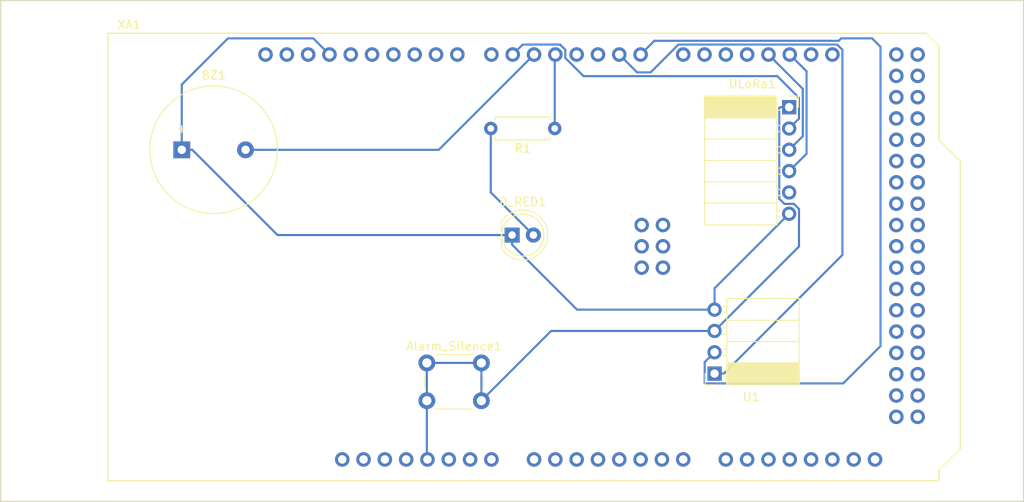
<source format=kicad_pcb>
(kicad_pcb (version 20171130) (host pcbnew "(5.1.5)-3")

  (general
    (thickness 1.6)
    (drawings 9)
    (tracks 74)
    (zones 0)
    (modules 7)
    (nets 94)
  )

  (page A4)
  (layers
    (0 F.Cu signal)
    (31 B.Cu signal)
    (32 B.Adhes user)
    (33 F.Adhes user)
    (34 B.Paste user)
    (35 F.Paste user)
    (36 B.SilkS user)
    (37 F.SilkS user)
    (38 B.Mask user)
    (39 F.Mask user)
    (40 Dwgs.User user)
    (41 Cmts.User user)
    (42 Eco1.User user)
    (43 Eco2.User user)
    (44 Edge.Cuts user)
    (45 Margin user)
    (46 B.CrtYd user)
    (47 F.CrtYd user)
    (48 B.Fab user)
    (49 F.Fab user)
  )

  (setup
    (last_trace_width 0.25)
    (trace_clearance 0.2)
    (zone_clearance 0.508)
    (zone_45_only no)
    (trace_min 0.2)
    (via_size 0.8)
    (via_drill 0.4)
    (via_min_size 0.4)
    (via_min_drill 0.3)
    (uvia_size 0.3)
    (uvia_drill 0.1)
    (uvias_allowed no)
    (uvia_min_size 0.2)
    (uvia_min_drill 0.1)
    (edge_width 0.1)
    (segment_width 0.2)
    (pcb_text_width 0.3)
    (pcb_text_size 1.5 1.5)
    (mod_edge_width 0.15)
    (mod_text_size 1 1)
    (mod_text_width 0.15)
    (pad_size 1.524 1.524)
    (pad_drill 0.762)
    (pad_to_mask_clearance 0)
    (aux_axis_origin 0 0)
    (visible_elements 7FFFFFFF)
    (pcbplotparams
      (layerselection 0x010fc_ffffffff)
      (usegerberextensions false)
      (usegerberattributes false)
      (usegerberadvancedattributes false)
      (creategerberjobfile false)
      (excludeedgelayer true)
      (linewidth 0.100000)
      (plotframeref false)
      (viasonmask false)
      (mode 1)
      (useauxorigin false)
      (hpglpennumber 1)
      (hpglpenspeed 20)
      (hpglpendiameter 15.000000)
      (psnegative false)
      (psa4output false)
      (plotreference true)
      (plotvalue true)
      (plotinvisibletext false)
      (padsonsilk false)
      (subtractmaskfromsilk false)
      (outputformat 1)
      (mirror false)
      (drillshape 1)
      (scaleselection 1)
      (outputdirectory ""))
  )

  (net 0 "")
  (net 1 +5V)
  (net 2 GND)
  (net 3 "Net-(BZ1-Pad2)")
  (net 4 "Net-(D_RED1-Pad2)")
  (net 5 "Net-(R1-Pad1)")
  (net 6 "Net-(U1-Pad1)")
  (net 7 "Net-(U1-Pad2)")
  (net 8 Lora_Reset)
  (net 9 "Net-(ULoRa1-Pad3)")
  (net 10 "Net-(ULoRa1-Pad4)")
  (net 11 "Net-(ULoRa1-Pad5)")
  (net 12 "Net-(XA1-PadRST2)")
  (net 13 "Net-(XA1-PadGND4)")
  (net 14 "Net-(XA1-PadMOSI)")
  (net 15 "Net-(XA1-PadSCK)")
  (net 16 "Net-(XA1-Pad5V2)")
  (net 17 "Net-(XA1-PadA0)")
  (net 18 "Net-(XA1-PadVIN)")
  (net 19 "Net-(XA1-PadGND3)")
  (net 20 "Net-(XA1-PadGND2)")
  (net 21 "Net-(XA1-Pad3V3)")
  (net 22 "Net-(XA1-PadRST1)")
  (net 23 "Net-(XA1-PadIORF)")
  (net 24 "Net-(XA1-PadD21)")
  (net 25 "Net-(XA1-PadD20)")
  (net 26 "Net-(XA1-PadD17)")
  (net 27 "Net-(XA1-PadD16)")
  (net 28 "Net-(XA1-PadD15)")
  (net 29 "Net-(XA1-PadD14)")
  (net 30 "Net-(XA1-PadD2)")
  (net 31 "Net-(XA1-PadD3)")
  (net 32 "Net-(Alarm_Silence1-Pad3)")
  (net 33 "Net-(XA1-PadD8)")
  (net 34 "Net-(XA1-PadD9)")
  (net 35 "Net-(XA1-PadD10)")
  (net 36 "Net-(XA1-PadSCL)")
  (net 37 "Net-(XA1-PadSDA)")
  (net 38 "Net-(XA1-PadAREF)")
  (net 39 "Net-(XA1-PadD13)")
  (net 40 "Net-(XA1-PadD12)")
  (net 41 "Net-(XA1-PadD11)")
  (net 42 "Net-(XA1-PadA1)")
  (net 43 "Net-(XA1-PadA2)")
  (net 44 "Net-(XA1-PadA3)")
  (net 45 "Net-(XA1-PadA4)")
  (net 46 "Net-(XA1-PadA5)")
  (net 47 "Net-(XA1-PadA6)")
  (net 48 "Net-(XA1-PadA7)")
  (net 49 "Net-(XA1-PadA8)")
  (net 50 "Net-(XA1-PadA9)")
  (net 51 "Net-(XA1-PadA10)")
  (net 52 "Net-(XA1-PadA11)")
  (net 53 "Net-(XA1-PadA12)")
  (net 54 "Net-(XA1-PadA13)")
  (net 55 "Net-(XA1-PadA14)")
  (net 56 "Net-(XA1-PadA15)")
  (net 57 "Net-(XA1-Pad5V3)")
  (net 58 "Net-(XA1-Pad5V4)")
  (net 59 "Net-(XA1-PadD22)")
  (net 60 "Net-(XA1-PadD23)")
  (net 61 "Net-(XA1-PadD24)")
  (net 62 "Net-(XA1-PadD25)")
  (net 63 "Net-(XA1-PadD26)")
  (net 64 "Net-(XA1-PadD27)")
  (net 65 "Net-(XA1-PadD28)")
  (net 66 "Net-(XA1-PadD29)")
  (net 67 "Net-(XA1-PadD30)")
  (net 68 "Net-(XA1-PadD31)")
  (net 69 "Net-(XA1-PadD32)")
  (net 70 "Net-(XA1-PadD33)")
  (net 71 "Net-(XA1-PadD34)")
  (net 72 "Net-(XA1-PadD35)")
  (net 73 "Net-(XA1-PadD36)")
  (net 74 "Net-(XA1-PadD37)")
  (net 75 "Net-(XA1-PadD38)")
  (net 76 "Net-(XA1-PadD39)")
  (net 77 "Net-(XA1-PadD40)")
  (net 78 "Net-(XA1-PadD41)")
  (net 79 "Net-(XA1-PadD42)")
  (net 80 "Net-(XA1-PadD43)")
  (net 81 "Net-(XA1-PadD44)")
  (net 82 "Net-(XA1-PadD45)")
  (net 83 "Net-(XA1-PadD46)")
  (net 84 "Net-(XA1-PadD47)")
  (net 85 "Net-(XA1-PadD48)")
  (net 86 "Net-(XA1-PadD49)")
  (net 87 "Net-(XA1-PadD50)")
  (net 88 "Net-(XA1-PadD51)")
  (net 89 "Net-(XA1-PadD52)")
  (net 90 "Net-(XA1-PadD53)")
  (net 91 "Net-(XA1-PadGND5)")
  (net 92 "Net-(XA1-PadGND6)")
  (net 93 "Net-(XA1-PadMISO)")

  (net_class Default "This is the default net class."
    (clearance 0.2)
    (trace_width 0.25)
    (via_dia 0.8)
    (via_drill 0.4)
    (uvia_dia 0.3)
    (uvia_drill 0.1)
    (add_net +5V)
    (add_net GND)
    (add_net Lora_Reset)
    (add_net "Net-(Alarm_Silence1-Pad3)")
    (add_net "Net-(BZ1-Pad2)")
    (add_net "Net-(D_RED1-Pad2)")
    (add_net "Net-(R1-Pad1)")
    (add_net "Net-(U1-Pad1)")
    (add_net "Net-(U1-Pad2)")
    (add_net "Net-(ULoRa1-Pad3)")
    (add_net "Net-(ULoRa1-Pad4)")
    (add_net "Net-(ULoRa1-Pad5)")
    (add_net "Net-(XA1-Pad3V3)")
    (add_net "Net-(XA1-Pad5V2)")
    (add_net "Net-(XA1-Pad5V3)")
    (add_net "Net-(XA1-Pad5V4)")
    (add_net "Net-(XA1-PadA0)")
    (add_net "Net-(XA1-PadA1)")
    (add_net "Net-(XA1-PadA10)")
    (add_net "Net-(XA1-PadA11)")
    (add_net "Net-(XA1-PadA12)")
    (add_net "Net-(XA1-PadA13)")
    (add_net "Net-(XA1-PadA14)")
    (add_net "Net-(XA1-PadA15)")
    (add_net "Net-(XA1-PadA2)")
    (add_net "Net-(XA1-PadA3)")
    (add_net "Net-(XA1-PadA4)")
    (add_net "Net-(XA1-PadA5)")
    (add_net "Net-(XA1-PadA6)")
    (add_net "Net-(XA1-PadA7)")
    (add_net "Net-(XA1-PadA8)")
    (add_net "Net-(XA1-PadA9)")
    (add_net "Net-(XA1-PadAREF)")
    (add_net "Net-(XA1-PadD10)")
    (add_net "Net-(XA1-PadD11)")
    (add_net "Net-(XA1-PadD12)")
    (add_net "Net-(XA1-PadD13)")
    (add_net "Net-(XA1-PadD14)")
    (add_net "Net-(XA1-PadD15)")
    (add_net "Net-(XA1-PadD16)")
    (add_net "Net-(XA1-PadD17)")
    (add_net "Net-(XA1-PadD2)")
    (add_net "Net-(XA1-PadD20)")
    (add_net "Net-(XA1-PadD21)")
    (add_net "Net-(XA1-PadD22)")
    (add_net "Net-(XA1-PadD23)")
    (add_net "Net-(XA1-PadD24)")
    (add_net "Net-(XA1-PadD25)")
    (add_net "Net-(XA1-PadD26)")
    (add_net "Net-(XA1-PadD27)")
    (add_net "Net-(XA1-PadD28)")
    (add_net "Net-(XA1-PadD29)")
    (add_net "Net-(XA1-PadD3)")
    (add_net "Net-(XA1-PadD30)")
    (add_net "Net-(XA1-PadD31)")
    (add_net "Net-(XA1-PadD32)")
    (add_net "Net-(XA1-PadD33)")
    (add_net "Net-(XA1-PadD34)")
    (add_net "Net-(XA1-PadD35)")
    (add_net "Net-(XA1-PadD36)")
    (add_net "Net-(XA1-PadD37)")
    (add_net "Net-(XA1-PadD38)")
    (add_net "Net-(XA1-PadD39)")
    (add_net "Net-(XA1-PadD40)")
    (add_net "Net-(XA1-PadD41)")
    (add_net "Net-(XA1-PadD42)")
    (add_net "Net-(XA1-PadD43)")
    (add_net "Net-(XA1-PadD44)")
    (add_net "Net-(XA1-PadD45)")
    (add_net "Net-(XA1-PadD46)")
    (add_net "Net-(XA1-PadD47)")
    (add_net "Net-(XA1-PadD48)")
    (add_net "Net-(XA1-PadD49)")
    (add_net "Net-(XA1-PadD50)")
    (add_net "Net-(XA1-PadD51)")
    (add_net "Net-(XA1-PadD52)")
    (add_net "Net-(XA1-PadD53)")
    (add_net "Net-(XA1-PadD8)")
    (add_net "Net-(XA1-PadD9)")
    (add_net "Net-(XA1-PadGND2)")
    (add_net "Net-(XA1-PadGND3)")
    (add_net "Net-(XA1-PadGND4)")
    (add_net "Net-(XA1-PadGND5)")
    (add_net "Net-(XA1-PadGND6)")
    (add_net "Net-(XA1-PadIORF)")
    (add_net "Net-(XA1-PadMISO)")
    (add_net "Net-(XA1-PadMOSI)")
    (add_net "Net-(XA1-PadRST1)")
    (add_net "Net-(XA1-PadRST2)")
    (add_net "Net-(XA1-PadSCK)")
    (add_net "Net-(XA1-PadSCL)")
    (add_net "Net-(XA1-PadSDA)")
    (add_net "Net-(XA1-PadVIN)")
  )

  (module LED_THT:LED_D5.0mm (layer F.Cu) (tedit 5995936A) (tstamp 5E5C3FE9)
    (at 138.43 80.01)
    (descr "LED, diameter 5.0mm, 2 pins, http://cdn-reichelt.de/documents/datenblatt/A500/LL-504BC2E-009.pdf")
    (tags "LED diameter 5.0mm 2 pins")
    (path /5DC54A01)
    (fp_text reference D_RED1 (at 1.27 -3.96) (layer F.SilkS)
      (effects (font (size 1 1) (thickness 0.15)))
    )
    (fp_text value LED (at 1.27 3.96) (layer F.Fab)
      (effects (font (size 1 1) (thickness 0.15)))
    )
    (fp_arc (start 1.27 0) (end -1.23 -1.469694) (angle 299.1) (layer F.Fab) (width 0.1))
    (fp_arc (start 1.27 0) (end -1.29 -1.54483) (angle 148.9) (layer F.SilkS) (width 0.12))
    (fp_arc (start 1.27 0) (end -1.29 1.54483) (angle -148.9) (layer F.SilkS) (width 0.12))
    (fp_circle (center 1.27 0) (end 3.77 0) (layer F.Fab) (width 0.1))
    (fp_circle (center 1.27 0) (end 3.77 0) (layer F.SilkS) (width 0.12))
    (fp_line (start -1.23 -1.469694) (end -1.23 1.469694) (layer F.Fab) (width 0.1))
    (fp_line (start -1.29 -1.545) (end -1.29 1.545) (layer F.SilkS) (width 0.12))
    (fp_line (start -1.95 -3.25) (end -1.95 3.25) (layer F.CrtYd) (width 0.05))
    (fp_line (start -1.95 3.25) (end 4.5 3.25) (layer F.CrtYd) (width 0.05))
    (fp_line (start 4.5 3.25) (end 4.5 -3.25) (layer F.CrtYd) (width 0.05))
    (fp_line (start 4.5 -3.25) (end -1.95 -3.25) (layer F.CrtYd) (width 0.05))
    (fp_text user %R (at 1.25 0) (layer F.Fab)
      (effects (font (size 0.8 0.8) (thickness 0.2)))
    )
    (pad 1 thru_hole rect (at 0 0) (size 1.8 1.8) (drill 0.9) (layers *.Cu *.Mask)
      (net 2 GND))
    (pad 2 thru_hole circle (at 2.54 0) (size 1.8 1.8) (drill 0.9) (layers *.Cu *.Mask)
      (net 4 "Net-(D_RED1-Pad2)"))
    (model ${KISYS3DMOD}/LED_THT.3dshapes/LED_D5.0mm.wrl
      (at (xyz 0 0 0))
      (scale (xyz 1 1 1))
      (rotate (xyz 0 0 0))
    )
  )

  (module Buzzer_Beeper:Buzzer_15x7.5RM7.6 (layer F.Cu) (tedit 5A030281) (tstamp 5E5C2C33)
    (at 99.06 69.85)
    (descr "Generic Buzzer, D15mm height 7.5mm with RM7.6mm")
    (tags buzzer)
    (path /5DC609D6)
    (fp_text reference BZ1 (at 3.81 -8.89) (layer F.SilkS)
      (effects (font (size 1 1) (thickness 0.15)))
    )
    (fp_text value Buzzer (at 3.81 8.89) (layer F.Fab)
      (effects (font (size 1 1) (thickness 0.15)))
    )
    (fp_text user + (at -0.01 -2.54) (layer F.Fab)
      (effects (font (size 1 1) (thickness 0.15)))
    )
    (fp_text user + (at -0.01 -2.54) (layer F.SilkS)
      (effects (font (size 1 1) (thickness 0.15)))
    )
    (fp_text user %R (at 3.8 -4) (layer F.Fab)
      (effects (font (size 1 1) (thickness 0.15)))
    )
    (fp_circle (center 3.8 0) (end 11.55 0) (layer F.CrtYd) (width 0.05))
    (fp_circle (center 3.8 0) (end 11.3 0) (layer F.Fab) (width 0.1))
    (fp_circle (center 3.8 0) (end 4.8 0) (layer F.Fab) (width 0.1))
    (fp_circle (center 3.8 0) (end 11.4 0) (layer F.SilkS) (width 0.12))
    (pad 1 thru_hole rect (at 0 0) (size 2 2) (drill 1) (layers *.Cu *.Mask)
      (net 2 GND))
    (pad 2 thru_hole circle (at 7.6 0) (size 2 2) (drill 1) (layers *.Cu *.Mask)
      (net 3 "Net-(BZ1-Pad2)"))
    (model ${KISYS3DMOD}/Buzzer_Beeper.3dshapes/Buzzer_15x7.5RM7.6.wrl
      (at (xyz 0 0 0))
      (scale (xyz 1 1 1))
      (rotate (xyz 0 0 0))
    )
  )

  (module Button_Switch_THT:SW_PUSH_6mm (layer F.Cu) (tedit 5A02FE31) (tstamp 5E5C2C26)
    (at 128.27 95.25)
    (descr https://www.omron.com/ecb/products/pdf/en-b3f.pdf)
    (tags "tact sw push 6mm")
    (path /5DC6DC68)
    (fp_text reference Alarm_Silence1 (at 3.25 -2) (layer F.SilkS)
      (effects (font (size 1 1) (thickness 0.15)))
    )
    (fp_text value SW_MEC_5G (at 3.75 6.7) (layer F.Fab)
      (effects (font (size 1 1) (thickness 0.15)))
    )
    (fp_text user %R (at 3.25 2.25) (layer F.Fab)
      (effects (font (size 1 1) (thickness 0.15)))
    )
    (fp_line (start 3.25 -0.75) (end 6.25 -0.75) (layer F.Fab) (width 0.1))
    (fp_line (start 6.25 -0.75) (end 6.25 5.25) (layer F.Fab) (width 0.1))
    (fp_line (start 6.25 5.25) (end 0.25 5.25) (layer F.Fab) (width 0.1))
    (fp_line (start 0.25 5.25) (end 0.25 -0.75) (layer F.Fab) (width 0.1))
    (fp_line (start 0.25 -0.75) (end 3.25 -0.75) (layer F.Fab) (width 0.1))
    (fp_line (start 7.75 6) (end 8 6) (layer F.CrtYd) (width 0.05))
    (fp_line (start 8 6) (end 8 5.75) (layer F.CrtYd) (width 0.05))
    (fp_line (start 7.75 -1.5) (end 8 -1.5) (layer F.CrtYd) (width 0.05))
    (fp_line (start 8 -1.5) (end 8 -1.25) (layer F.CrtYd) (width 0.05))
    (fp_line (start -1.5 -1.25) (end -1.5 -1.5) (layer F.CrtYd) (width 0.05))
    (fp_line (start -1.5 -1.5) (end -1.25 -1.5) (layer F.CrtYd) (width 0.05))
    (fp_line (start -1.5 5.75) (end -1.5 6) (layer F.CrtYd) (width 0.05))
    (fp_line (start -1.5 6) (end -1.25 6) (layer F.CrtYd) (width 0.05))
    (fp_line (start -1.25 -1.5) (end 7.75 -1.5) (layer F.CrtYd) (width 0.05))
    (fp_line (start -1.5 5.75) (end -1.5 -1.25) (layer F.CrtYd) (width 0.05))
    (fp_line (start 7.75 6) (end -1.25 6) (layer F.CrtYd) (width 0.05))
    (fp_line (start 8 -1.25) (end 8 5.75) (layer F.CrtYd) (width 0.05))
    (fp_line (start 1 5.5) (end 5.5 5.5) (layer F.SilkS) (width 0.12))
    (fp_line (start -0.25 1.5) (end -0.25 3) (layer F.SilkS) (width 0.12))
    (fp_line (start 5.5 -1) (end 1 -1) (layer F.SilkS) (width 0.12))
    (fp_line (start 6.75 3) (end 6.75 1.5) (layer F.SilkS) (width 0.12))
    (fp_circle (center 3.25 2.25) (end 1.25 2.5) (layer F.Fab) (width 0.1))
    (pad 2 thru_hole circle (at 0 4.5 90) (size 2 2) (drill 1.1) (layers *.Cu *.Mask)
      (net 1 +5V))
    (pad 1 thru_hole circle (at 0 0 90) (size 2 2) (drill 1.1) (layers *.Cu *.Mask)
      (net 1 +5V))
    (pad 2 thru_hole circle (at 6.5 4.5 90) (size 2 2) (drill 1.1) (layers *.Cu *.Mask)
      (net 1 +5V))
    (pad 1 thru_hole circle (at 6.5 0 90) (size 2 2) (drill 1.1) (layers *.Cu *.Mask)
      (net 1 +5V))
    (model ${KISYS3DMOD}/Button_Switch_THT.3dshapes/SW_PUSH_6mm.wrl
      (at (xyz 0 0 0))
      (scale (xyz 1 1 1))
      (rotate (xyz 0 0 0))
    )
  )

  (module Resistor_THT:R_Axial_DIN0207_L6.3mm_D2.5mm_P7.62mm_Horizontal (layer F.Cu) (tedit 5AE5139B) (tstamp 5E5C2C5C)
    (at 143.51 67.31 180)
    (descr "Resistor, Axial_DIN0207 series, Axial, Horizontal, pin pitch=7.62mm, 0.25W = 1/4W, length*diameter=6.3*2.5mm^2, http://cdn-reichelt.de/documents/datenblatt/B400/1_4W%23YAG.pdf")
    (tags "Resistor Axial_DIN0207 series Axial Horizontal pin pitch 7.62mm 0.25W = 1/4W length 6.3mm diameter 2.5mm")
    (path /5DC54972)
    (fp_text reference R1 (at 3.81 -2.37) (layer F.SilkS)
      (effects (font (size 1 1) (thickness 0.15)))
    )
    (fp_text value 220 (at 3.81 2.37) (layer F.Fab)
      (effects (font (size 1 1) (thickness 0.15)))
    )
    (fp_line (start 0.66 -1.25) (end 0.66 1.25) (layer F.Fab) (width 0.1))
    (fp_line (start 0.66 1.25) (end 6.96 1.25) (layer F.Fab) (width 0.1))
    (fp_line (start 6.96 1.25) (end 6.96 -1.25) (layer F.Fab) (width 0.1))
    (fp_line (start 6.96 -1.25) (end 0.66 -1.25) (layer F.Fab) (width 0.1))
    (fp_line (start 0 0) (end 0.66 0) (layer F.Fab) (width 0.1))
    (fp_line (start 7.62 0) (end 6.96 0) (layer F.Fab) (width 0.1))
    (fp_line (start 0.54 -1.04) (end 0.54 -1.37) (layer F.SilkS) (width 0.12))
    (fp_line (start 0.54 -1.37) (end 7.08 -1.37) (layer F.SilkS) (width 0.12))
    (fp_line (start 7.08 -1.37) (end 7.08 -1.04) (layer F.SilkS) (width 0.12))
    (fp_line (start 0.54 1.04) (end 0.54 1.37) (layer F.SilkS) (width 0.12))
    (fp_line (start 0.54 1.37) (end 7.08 1.37) (layer F.SilkS) (width 0.12))
    (fp_line (start 7.08 1.37) (end 7.08 1.04) (layer F.SilkS) (width 0.12))
    (fp_line (start -1.05 -1.5) (end -1.05 1.5) (layer F.CrtYd) (width 0.05))
    (fp_line (start -1.05 1.5) (end 8.67 1.5) (layer F.CrtYd) (width 0.05))
    (fp_line (start 8.67 1.5) (end 8.67 -1.5) (layer F.CrtYd) (width 0.05))
    (fp_line (start 8.67 -1.5) (end -1.05 -1.5) (layer F.CrtYd) (width 0.05))
    (fp_text user %R (at 3.81 0) (layer F.Fab)
      (effects (font (size 1 1) (thickness 0.15)))
    )
    (pad 1 thru_hole circle (at 0 0 180) (size 1.6 1.6) (drill 0.8) (layers *.Cu *.Mask)
      (net 5 "Net-(R1-Pad1)"))
    (pad 2 thru_hole oval (at 7.62 0 180) (size 1.6 1.6) (drill 0.8) (layers *.Cu *.Mask)
      (net 4 "Net-(D_RED1-Pad2)"))
    (model ${KISYS3DMOD}/Resistor_THT.3dshapes/R_Axial_DIN0207_L6.3mm_D2.5mm_P7.62mm_Horizontal.wrl
      (at (xyz 0 0 0))
      (scale (xyz 1 1 1))
      (rotate (xyz 0 0 0))
    )
  )

  (module Connector_PinSocket_2.54mm:PinSocket_1x04_P2.54mm_Horizontal (layer F.Cu) (tedit 5A19A424) (tstamp 5E5C2CA0)
    (at 162.56 96.52 180)
    (descr "Through hole angled socket strip, 1x04, 2.54mm pitch, 8.51mm socket length, single row (from Kicad 4.0.7), script generated")
    (tags "Through hole angled socket strip THT 1x04 2.54mm single row")
    (path /5DC67D77)
    (fp_text reference U1 (at -4.38 -2.77) (layer F.SilkS)
      (effects (font (size 1 1) (thickness 0.15)))
    )
    (fp_text value BluetoothModule (at -4.38 10.39) (layer F.Fab)
      (effects (font (size 1 1) (thickness 0.15)))
    )
    (fp_line (start -10.03 -1.27) (end -2.49 -1.27) (layer F.Fab) (width 0.1))
    (fp_line (start -2.49 -1.27) (end -1.52 -0.3) (layer F.Fab) (width 0.1))
    (fp_line (start -1.52 -0.3) (end -1.52 8.89) (layer F.Fab) (width 0.1))
    (fp_line (start -1.52 8.89) (end -10.03 8.89) (layer F.Fab) (width 0.1))
    (fp_line (start -10.03 8.89) (end -10.03 -1.27) (layer F.Fab) (width 0.1))
    (fp_line (start 0 -0.3) (end -1.52 -0.3) (layer F.Fab) (width 0.1))
    (fp_line (start -1.52 0.3) (end 0 0.3) (layer F.Fab) (width 0.1))
    (fp_line (start 0 0.3) (end 0 -0.3) (layer F.Fab) (width 0.1))
    (fp_line (start 0 2.24) (end -1.52 2.24) (layer F.Fab) (width 0.1))
    (fp_line (start -1.52 2.84) (end 0 2.84) (layer F.Fab) (width 0.1))
    (fp_line (start 0 2.84) (end 0 2.24) (layer F.Fab) (width 0.1))
    (fp_line (start 0 4.78) (end -1.52 4.78) (layer F.Fab) (width 0.1))
    (fp_line (start -1.52 5.38) (end 0 5.38) (layer F.Fab) (width 0.1))
    (fp_line (start 0 5.38) (end 0 4.78) (layer F.Fab) (width 0.1))
    (fp_line (start 0 7.32) (end -1.52 7.32) (layer F.Fab) (width 0.1))
    (fp_line (start -1.52 7.92) (end 0 7.92) (layer F.Fab) (width 0.1))
    (fp_line (start 0 7.92) (end 0 7.32) (layer F.Fab) (width 0.1))
    (fp_line (start -10.09 -1.21) (end -1.46 -1.21) (layer F.SilkS) (width 0.12))
    (fp_line (start -10.09 -1.091905) (end -1.46 -1.091905) (layer F.SilkS) (width 0.12))
    (fp_line (start -10.09 -0.97381) (end -1.46 -0.97381) (layer F.SilkS) (width 0.12))
    (fp_line (start -10.09 -0.855715) (end -1.46 -0.855715) (layer F.SilkS) (width 0.12))
    (fp_line (start -10.09 -0.73762) (end -1.46 -0.73762) (layer F.SilkS) (width 0.12))
    (fp_line (start -10.09 -0.619525) (end -1.46 -0.619525) (layer F.SilkS) (width 0.12))
    (fp_line (start -10.09 -0.50143) (end -1.46 -0.50143) (layer F.SilkS) (width 0.12))
    (fp_line (start -10.09 -0.383335) (end -1.46 -0.383335) (layer F.SilkS) (width 0.12))
    (fp_line (start -10.09 -0.26524) (end -1.46 -0.26524) (layer F.SilkS) (width 0.12))
    (fp_line (start -10.09 -0.147145) (end -1.46 -0.147145) (layer F.SilkS) (width 0.12))
    (fp_line (start -10.09 -0.02905) (end -1.46 -0.02905) (layer F.SilkS) (width 0.12))
    (fp_line (start -10.09 0.089045) (end -1.46 0.089045) (layer F.SilkS) (width 0.12))
    (fp_line (start -10.09 0.20714) (end -1.46 0.20714) (layer F.SilkS) (width 0.12))
    (fp_line (start -10.09 0.325235) (end -1.46 0.325235) (layer F.SilkS) (width 0.12))
    (fp_line (start -10.09 0.44333) (end -1.46 0.44333) (layer F.SilkS) (width 0.12))
    (fp_line (start -10.09 0.561425) (end -1.46 0.561425) (layer F.SilkS) (width 0.12))
    (fp_line (start -10.09 0.67952) (end -1.46 0.67952) (layer F.SilkS) (width 0.12))
    (fp_line (start -10.09 0.797615) (end -1.46 0.797615) (layer F.SilkS) (width 0.12))
    (fp_line (start -10.09 0.91571) (end -1.46 0.91571) (layer F.SilkS) (width 0.12))
    (fp_line (start -10.09 1.033805) (end -1.46 1.033805) (layer F.SilkS) (width 0.12))
    (fp_line (start -10.09 1.1519) (end -1.46 1.1519) (layer F.SilkS) (width 0.12))
    (fp_line (start -1.46 -0.36) (end -1.11 -0.36) (layer F.SilkS) (width 0.12))
    (fp_line (start -1.46 0.36) (end -1.11 0.36) (layer F.SilkS) (width 0.12))
    (fp_line (start -1.46 2.18) (end -1.05 2.18) (layer F.SilkS) (width 0.12))
    (fp_line (start -1.46 2.9) (end -1.05 2.9) (layer F.SilkS) (width 0.12))
    (fp_line (start -1.46 4.72) (end -1.05 4.72) (layer F.SilkS) (width 0.12))
    (fp_line (start -1.46 5.44) (end -1.05 5.44) (layer F.SilkS) (width 0.12))
    (fp_line (start -1.46 7.26) (end -1.05 7.26) (layer F.SilkS) (width 0.12))
    (fp_line (start -1.46 7.98) (end -1.05 7.98) (layer F.SilkS) (width 0.12))
    (fp_line (start -10.09 1.27) (end -1.46 1.27) (layer F.SilkS) (width 0.12))
    (fp_line (start -10.09 3.81) (end -1.46 3.81) (layer F.SilkS) (width 0.12))
    (fp_line (start -10.09 6.35) (end -1.46 6.35) (layer F.SilkS) (width 0.12))
    (fp_line (start -10.09 -1.33) (end -1.46 -1.33) (layer F.SilkS) (width 0.12))
    (fp_line (start -1.46 -1.33) (end -1.46 8.95) (layer F.SilkS) (width 0.12))
    (fp_line (start -10.09 8.95) (end -1.46 8.95) (layer F.SilkS) (width 0.12))
    (fp_line (start -10.09 -1.33) (end -10.09 8.95) (layer F.SilkS) (width 0.12))
    (fp_line (start 1.11 -1.33) (end 1.11 0) (layer F.SilkS) (width 0.12))
    (fp_line (start 0 -1.33) (end 1.11 -1.33) (layer F.SilkS) (width 0.12))
    (fp_line (start 1.75 -1.75) (end -10.55 -1.75) (layer F.CrtYd) (width 0.05))
    (fp_line (start -10.55 -1.75) (end -10.55 9.45) (layer F.CrtYd) (width 0.05))
    (fp_line (start -10.55 9.45) (end 1.75 9.45) (layer F.CrtYd) (width 0.05))
    (fp_line (start 1.75 9.45) (end 1.75 -1.75) (layer F.CrtYd) (width 0.05))
    (fp_text user %R (at -5.775 3.81 90) (layer F.Fab)
      (effects (font (size 1 1) (thickness 0.15)))
    )
    (pad 1 thru_hole rect (at 0 0 180) (size 1.7 1.7) (drill 1) (layers *.Cu *.Mask)
      (net 6 "Net-(U1-Pad1)"))
    (pad 2 thru_hole oval (at 0 2.54 180) (size 1.7 1.7) (drill 1) (layers *.Cu *.Mask)
      (net 7 "Net-(U1-Pad2)"))
    (pad 3 thru_hole oval (at 0 5.08 180) (size 1.7 1.7) (drill 1) (layers *.Cu *.Mask)
      (net 1 +5V))
    (pad 4 thru_hole oval (at 0 7.62 180) (size 1.7 1.7) (drill 1) (layers *.Cu *.Mask)
      (net 2 GND))
    (model ${KISYS3DMOD}/Connector_PinSocket_2.54mm.3dshapes/PinSocket_1x04_P2.54mm_Horizontal.wrl
      (at (xyz 0 0 0))
      (scale (xyz 1 1 1))
      (rotate (xyz 0 0 0))
    )
  )

  (module Connector_PinSocket_2.54mm:PinSocket_1x06_P2.54mm_Horizontal (layer F.Cu) (tedit 5A19A42D) (tstamp 5E5C2CF2)
    (at 171.45 64.77)
    (descr "Through hole angled socket strip, 1x06, 2.54mm pitch, 8.51mm socket length, single row (from Kicad 4.0.7), script generated")
    (tags "Through hole angled socket strip THT 1x06 2.54mm single row")
    (path /5DC549E8)
    (fp_text reference ULoRa1 (at -4.38 -2.77) (layer F.SilkS)
      (effects (font (size 1 1) (thickness 0.15)))
    )
    (fp_text value LoRa (at -4.38 15.47) (layer F.Fab)
      (effects (font (size 1 1) (thickness 0.15)))
    )
    (fp_line (start -10.03 -1.27) (end -2.49 -1.27) (layer F.Fab) (width 0.1))
    (fp_line (start -2.49 -1.27) (end -1.52 -0.3) (layer F.Fab) (width 0.1))
    (fp_line (start -1.52 -0.3) (end -1.52 13.97) (layer F.Fab) (width 0.1))
    (fp_line (start -1.52 13.97) (end -10.03 13.97) (layer F.Fab) (width 0.1))
    (fp_line (start -10.03 13.97) (end -10.03 -1.27) (layer F.Fab) (width 0.1))
    (fp_line (start 0 -0.3) (end -1.52 -0.3) (layer F.Fab) (width 0.1))
    (fp_line (start -1.52 0.3) (end 0 0.3) (layer F.Fab) (width 0.1))
    (fp_line (start 0 0.3) (end 0 -0.3) (layer F.Fab) (width 0.1))
    (fp_line (start 0 2.24) (end -1.52 2.24) (layer F.Fab) (width 0.1))
    (fp_line (start -1.52 2.84) (end 0 2.84) (layer F.Fab) (width 0.1))
    (fp_line (start 0 2.84) (end 0 2.24) (layer F.Fab) (width 0.1))
    (fp_line (start 0 4.78) (end -1.52 4.78) (layer F.Fab) (width 0.1))
    (fp_line (start -1.52 5.38) (end 0 5.38) (layer F.Fab) (width 0.1))
    (fp_line (start 0 5.38) (end 0 4.78) (layer F.Fab) (width 0.1))
    (fp_line (start 0 7.32) (end -1.52 7.32) (layer F.Fab) (width 0.1))
    (fp_line (start -1.52 7.92) (end 0 7.92) (layer F.Fab) (width 0.1))
    (fp_line (start 0 7.92) (end 0 7.32) (layer F.Fab) (width 0.1))
    (fp_line (start 0 9.86) (end -1.52 9.86) (layer F.Fab) (width 0.1))
    (fp_line (start -1.52 10.46) (end 0 10.46) (layer F.Fab) (width 0.1))
    (fp_line (start 0 10.46) (end 0 9.86) (layer F.Fab) (width 0.1))
    (fp_line (start 0 12.4) (end -1.52 12.4) (layer F.Fab) (width 0.1))
    (fp_line (start -1.52 13) (end 0 13) (layer F.Fab) (width 0.1))
    (fp_line (start 0 13) (end 0 12.4) (layer F.Fab) (width 0.1))
    (fp_line (start -10.09 -1.21) (end -1.46 -1.21) (layer F.SilkS) (width 0.12))
    (fp_line (start -10.09 -1.091905) (end -1.46 -1.091905) (layer F.SilkS) (width 0.12))
    (fp_line (start -10.09 -0.97381) (end -1.46 -0.97381) (layer F.SilkS) (width 0.12))
    (fp_line (start -10.09 -0.855715) (end -1.46 -0.855715) (layer F.SilkS) (width 0.12))
    (fp_line (start -10.09 -0.73762) (end -1.46 -0.73762) (layer F.SilkS) (width 0.12))
    (fp_line (start -10.09 -0.619525) (end -1.46 -0.619525) (layer F.SilkS) (width 0.12))
    (fp_line (start -10.09 -0.50143) (end -1.46 -0.50143) (layer F.SilkS) (width 0.12))
    (fp_line (start -10.09 -0.383335) (end -1.46 -0.383335) (layer F.SilkS) (width 0.12))
    (fp_line (start -10.09 -0.26524) (end -1.46 -0.26524) (layer F.SilkS) (width 0.12))
    (fp_line (start -10.09 -0.147145) (end -1.46 -0.147145) (layer F.SilkS) (width 0.12))
    (fp_line (start -10.09 -0.02905) (end -1.46 -0.02905) (layer F.SilkS) (width 0.12))
    (fp_line (start -10.09 0.089045) (end -1.46 0.089045) (layer F.SilkS) (width 0.12))
    (fp_line (start -10.09 0.20714) (end -1.46 0.20714) (layer F.SilkS) (width 0.12))
    (fp_line (start -10.09 0.325235) (end -1.46 0.325235) (layer F.SilkS) (width 0.12))
    (fp_line (start -10.09 0.44333) (end -1.46 0.44333) (layer F.SilkS) (width 0.12))
    (fp_line (start -10.09 0.561425) (end -1.46 0.561425) (layer F.SilkS) (width 0.12))
    (fp_line (start -10.09 0.67952) (end -1.46 0.67952) (layer F.SilkS) (width 0.12))
    (fp_line (start -10.09 0.797615) (end -1.46 0.797615) (layer F.SilkS) (width 0.12))
    (fp_line (start -10.09 0.91571) (end -1.46 0.91571) (layer F.SilkS) (width 0.12))
    (fp_line (start -10.09 1.033805) (end -1.46 1.033805) (layer F.SilkS) (width 0.12))
    (fp_line (start -10.09 1.1519) (end -1.46 1.1519) (layer F.SilkS) (width 0.12))
    (fp_line (start -1.46 -0.36) (end -1.11 -0.36) (layer F.SilkS) (width 0.12))
    (fp_line (start -1.46 0.36) (end -1.11 0.36) (layer F.SilkS) (width 0.12))
    (fp_line (start -1.46 2.18) (end -1.05 2.18) (layer F.SilkS) (width 0.12))
    (fp_line (start -1.46 2.9) (end -1.05 2.9) (layer F.SilkS) (width 0.12))
    (fp_line (start -1.46 4.72) (end -1.05 4.72) (layer F.SilkS) (width 0.12))
    (fp_line (start -1.46 5.44) (end -1.05 5.44) (layer F.SilkS) (width 0.12))
    (fp_line (start -1.46 7.26) (end -1.05 7.26) (layer F.SilkS) (width 0.12))
    (fp_line (start -1.46 7.98) (end -1.05 7.98) (layer F.SilkS) (width 0.12))
    (fp_line (start -1.46 9.8) (end -1.05 9.8) (layer F.SilkS) (width 0.12))
    (fp_line (start -1.46 10.52) (end -1.05 10.52) (layer F.SilkS) (width 0.12))
    (fp_line (start -1.46 12.34) (end -1.05 12.34) (layer F.SilkS) (width 0.12))
    (fp_line (start -1.46 13.06) (end -1.05 13.06) (layer F.SilkS) (width 0.12))
    (fp_line (start -10.09 1.27) (end -1.46 1.27) (layer F.SilkS) (width 0.12))
    (fp_line (start -10.09 3.81) (end -1.46 3.81) (layer F.SilkS) (width 0.12))
    (fp_line (start -10.09 6.35) (end -1.46 6.35) (layer F.SilkS) (width 0.12))
    (fp_line (start -10.09 8.89) (end -1.46 8.89) (layer F.SilkS) (width 0.12))
    (fp_line (start -10.09 11.43) (end -1.46 11.43) (layer F.SilkS) (width 0.12))
    (fp_line (start -10.09 -1.33) (end -1.46 -1.33) (layer F.SilkS) (width 0.12))
    (fp_line (start -1.46 -1.33) (end -1.46 14.03) (layer F.SilkS) (width 0.12))
    (fp_line (start -10.09 14.03) (end -1.46 14.03) (layer F.SilkS) (width 0.12))
    (fp_line (start -10.09 -1.33) (end -10.09 14.03) (layer F.SilkS) (width 0.12))
    (fp_line (start 1.11 -1.33) (end 1.11 0) (layer F.SilkS) (width 0.12))
    (fp_line (start 0 -1.33) (end 1.11 -1.33) (layer F.SilkS) (width 0.12))
    (fp_line (start 1.75 -1.8) (end -10.55 -1.8) (layer F.CrtYd) (width 0.05))
    (fp_line (start -10.55 -1.8) (end -10.55 14.45) (layer F.CrtYd) (width 0.05))
    (fp_line (start -10.55 14.45) (end 1.75 14.45) (layer F.CrtYd) (width 0.05))
    (fp_line (start 1.75 14.45) (end 1.75 -1.8) (layer F.CrtYd) (width 0.05))
    (fp_text user %R (at -5.775 6.35 90) (layer F.Fab)
      (effects (font (size 1 1) (thickness 0.15)))
    )
    (pad 1 thru_hole rect (at 0 0) (size 1.7 1.7) (drill 1) (layers *.Cu *.Mask)
      (net 1 +5V))
    (pad 2 thru_hole oval (at 0 2.54) (size 1.7 1.7) (drill 1) (layers *.Cu *.Mask)
      (net 8 Lora_Reset))
    (pad 3 thru_hole oval (at 0 5.08) (size 1.7 1.7) (drill 1) (layers *.Cu *.Mask)
      (net 9 "Net-(ULoRa1-Pad3)"))
    (pad 4 thru_hole oval (at 0 7.62) (size 1.7 1.7) (drill 1) (layers *.Cu *.Mask)
      (net 10 "Net-(ULoRa1-Pad4)"))
    (pad 5 thru_hole oval (at 0 10.16) (size 1.7 1.7) (drill 1) (layers *.Cu *.Mask)
      (net 11 "Net-(ULoRa1-Pad5)"))
    (pad 6 thru_hole oval (at 0 12.7) (size 1.7 1.7) (drill 1) (layers *.Cu *.Mask)
      (net 2 GND))
    (model ${KISYS3DMOD}/Connector_PinSocket_2.54mm.3dshapes/PinSocket_1x06_P2.54mm_Horizontal.wrl
      (at (xyz 0 0 0))
      (scale (xyz 1 1 1))
      (rotate (xyz 0 0 0))
    )
  )

  (module Arduino:Arduino_Mega2560_Shield (layer F.Cu) (tedit 5A8605D3) (tstamp 5E5C2D6A)
    (at 90.245001 109.295001)
    (descr https://store.arduino.cc/arduino-mega-2560-rev3)
    (path /5E49C0DD)
    (fp_text reference XA1 (at 2.54 -54.356) (layer F.SilkS)
      (effects (font (size 1 1) (thickness 0.15)))
    )
    (fp_text value Arduino_Mega2560_Shield (at 15.494 -54.356) (layer F.Fab)
      (effects (font (size 1 1) (thickness 0.15)))
    )
    (fp_line (start 9.525 -32.385) (end -6.35 -32.385) (layer B.CrtYd) (width 0.15))
    (fp_line (start 9.525 -43.815) (end -6.35 -43.815) (layer B.CrtYd) (width 0.15))
    (fp_line (start 9.525 -43.815) (end 9.525 -32.385) (layer B.CrtYd) (width 0.15))
    (fp_line (start -6.35 -43.815) (end -6.35 -32.385) (layer B.CrtYd) (width 0.15))
    (fp_text user . (at 62.484 -32.004) (layer F.SilkS)
      (effects (font (size 1 1) (thickness 0.15)))
    )
    (fp_line (start 11.43 -12.065) (end 11.43 -3.175) (layer B.CrtYd) (width 0.15))
    (fp_line (start -1.905 -3.175) (end 11.43 -3.175) (layer B.CrtYd) (width 0.15))
    (fp_line (start -1.905 -12.065) (end -1.905 -3.175) (layer B.CrtYd) (width 0.15))
    (fp_line (start -1.905 -12.065) (end 11.43 -12.065) (layer B.CrtYd) (width 0.15))
    (fp_line (start 0 -53.34) (end 0 0) (layer F.SilkS) (width 0.15))
    (fp_line (start 99.06 -40.64) (end 99.06 -51.816) (layer F.SilkS) (width 0.15))
    (fp_line (start 101.6 -38.1) (end 99.06 -40.64) (layer F.SilkS) (width 0.15))
    (fp_line (start 101.6 -3.81) (end 101.6 -38.1) (layer F.SilkS) (width 0.15))
    (fp_line (start 99.06 -1.27) (end 101.6 -3.81) (layer F.SilkS) (width 0.15))
    (fp_line (start 99.06 0) (end 99.06 -1.27) (layer F.SilkS) (width 0.15))
    (fp_line (start 97.536 -53.34) (end 99.06 -51.816) (layer F.SilkS) (width 0.15))
    (fp_line (start 0 0) (end 99.06 0) (layer F.SilkS) (width 0.15))
    (fp_line (start 0 -53.34) (end 97.536 -53.34) (layer F.SilkS) (width 0.15))
    (pad RST2 thru_hole oval (at 63.627 -25.4) (size 1.7272 1.7272) (drill 1.016) (layers *.Cu *.Mask)
      (net 12 "Net-(XA1-PadRST2)"))
    (pad GND4 thru_hole oval (at 66.167 -25.4) (size 1.7272 1.7272) (drill 1.016) (layers *.Cu *.Mask)
      (net 13 "Net-(XA1-PadGND4)"))
    (pad MOSI thru_hole oval (at 66.167 -27.94) (size 1.7272 1.7272) (drill 1.016) (layers *.Cu *.Mask)
      (net 14 "Net-(XA1-PadMOSI)"))
    (pad SCK thru_hole oval (at 63.627 -27.94) (size 1.7272 1.7272) (drill 1.016) (layers *.Cu *.Mask)
      (net 15 "Net-(XA1-PadSCK)"))
    (pad 5V2 thru_hole oval (at 66.167 -30.48) (size 1.7272 1.7272) (drill 1.016) (layers *.Cu *.Mask)
      (net 16 "Net-(XA1-Pad5V2)"))
    (pad A0 thru_hole oval (at 50.8 -2.54) (size 1.7272 1.7272) (drill 1.016) (layers *.Cu *.Mask)
      (net 17 "Net-(XA1-PadA0)"))
    (pad VIN thru_hole oval (at 45.72 -2.54) (size 1.7272 1.7272) (drill 1.016) (layers *.Cu *.Mask)
      (net 18 "Net-(XA1-PadVIN)"))
    (pad GND3 thru_hole oval (at 43.18 -2.54) (size 1.7272 1.7272) (drill 1.016) (layers *.Cu *.Mask)
      (net 19 "Net-(XA1-PadGND3)"))
    (pad GND2 thru_hole oval (at 40.64 -2.54) (size 1.7272 1.7272) (drill 1.016) (layers *.Cu *.Mask)
      (net 20 "Net-(XA1-PadGND2)"))
    (pad 5V1 thru_hole oval (at 38.1 -2.54) (size 1.7272 1.7272) (drill 1.016) (layers *.Cu *.Mask)
      (net 1 +5V))
    (pad 3V3 thru_hole oval (at 35.56 -2.54) (size 1.7272 1.7272) (drill 1.016) (layers *.Cu *.Mask)
      (net 21 "Net-(XA1-Pad3V3)"))
    (pad RST1 thru_hole oval (at 33.02 -2.54) (size 1.7272 1.7272) (drill 1.016) (layers *.Cu *.Mask)
      (net 22 "Net-(XA1-PadRST1)"))
    (pad IORF thru_hole oval (at 30.48 -2.54) (size 1.7272 1.7272) (drill 1.016) (layers *.Cu *.Mask)
      (net 23 "Net-(XA1-PadIORF)"))
    (pad D21 thru_hole oval (at 86.36 -50.8) (size 1.7272 1.7272) (drill 1.016) (layers *.Cu *.Mask)
      (net 24 "Net-(XA1-PadD21)"))
    (pad D20 thru_hole oval (at 83.82 -50.8) (size 1.7272 1.7272) (drill 1.016) (layers *.Cu *.Mask)
      (net 25 "Net-(XA1-PadD20)"))
    (pad D19 thru_hole oval (at 81.28 -50.8) (size 1.7272 1.7272) (drill 1.016) (layers *.Cu *.Mask)
      (net 10 "Net-(ULoRa1-Pad4)"))
    (pad D18 thru_hole oval (at 78.74 -50.8) (size 1.7272 1.7272) (drill 1.016) (layers *.Cu *.Mask)
      (net 9 "Net-(ULoRa1-Pad3)"))
    (pad D17 thru_hole oval (at 76.2 -50.8) (size 1.7272 1.7272) (drill 1.016) (layers *.Cu *.Mask)
      (net 26 "Net-(XA1-PadD17)"))
    (pad D16 thru_hole oval (at 73.66 -50.8) (size 1.7272 1.7272) (drill 1.016) (layers *.Cu *.Mask)
      (net 27 "Net-(XA1-PadD16)"))
    (pad D15 thru_hole oval (at 71.12 -50.8) (size 1.7272 1.7272) (drill 1.016) (layers *.Cu *.Mask)
      (net 28 "Net-(XA1-PadD15)"))
    (pad D14 thru_hole oval (at 68.58 -50.8) (size 1.7272 1.7272) (drill 1.016) (layers *.Cu *.Mask)
      (net 29 "Net-(XA1-PadD14)"))
    (pad D0 thru_hole oval (at 63.5 -50.8) (size 1.7272 1.7272) (drill 1.016) (layers *.Cu *.Mask)
      (net 7 "Net-(U1-Pad2)"))
    (pad D1 thru_hole oval (at 60.96 -50.8) (size 1.7272 1.7272) (drill 1.016) (layers *.Cu *.Mask)
      (net 6 "Net-(U1-Pad1)"))
    (pad D2 thru_hole oval (at 58.42 -50.8) (size 1.7272 1.7272) (drill 1.016) (layers *.Cu *.Mask)
      (net 30 "Net-(XA1-PadD2)"))
    (pad D3 thru_hole oval (at 55.88 -50.8) (size 1.7272 1.7272) (drill 1.016) (layers *.Cu *.Mask)
      (net 31 "Net-(XA1-PadD3)"))
    (pad D4 thru_hole oval (at 53.34 -50.8) (size 1.7272 1.7272) (drill 1.016) (layers *.Cu *.Mask)
      (net 5 "Net-(R1-Pad1)"))
    (pad D5 thru_hole oval (at 50.8 -50.8) (size 1.7272 1.7272) (drill 1.016) (layers *.Cu *.Mask)
      (net 3 "Net-(BZ1-Pad2)"))
    (pad D6 thru_hole oval (at 48.26 -50.8) (size 1.7272 1.7272) (drill 1.016) (layers *.Cu *.Mask)
      (net 8 Lora_Reset))
    (pad D7 thru_hole oval (at 45.72 -50.8) (size 1.7272 1.7272) (drill 1.016) (layers *.Cu *.Mask)
      (net 32 "Net-(Alarm_Silence1-Pad3)"))
    (pad GND1 thru_hole oval (at 26.416 -50.8) (size 1.7272 1.7272) (drill 1.016) (layers *.Cu *.Mask)
      (net 2 GND))
    (pad D8 thru_hole oval (at 41.656 -50.8) (size 1.7272 1.7272) (drill 1.016) (layers *.Cu *.Mask)
      (net 33 "Net-(XA1-PadD8)"))
    (pad D9 thru_hole oval (at 39.116 -50.8) (size 1.7272 1.7272) (drill 1.016) (layers *.Cu *.Mask)
      (net 34 "Net-(XA1-PadD9)"))
    (pad D10 thru_hole oval (at 36.576 -50.8) (size 1.7272 1.7272) (drill 1.016) (layers *.Cu *.Mask)
      (net 35 "Net-(XA1-PadD10)"))
    (pad "" np_thru_hole circle (at 66.04 -7.62) (size 3.2 3.2) (drill 3.2) (layers *.Cu *.Mask))
    (pad "" np_thru_hole circle (at 66.04 -35.56) (size 3.2 3.2) (drill 3.2) (layers *.Cu *.Mask))
    (pad "" np_thru_hole circle (at 90.17 -50.8) (size 3.2 3.2) (drill 3.2) (layers *.Cu *.Mask))
    (pad "" np_thru_hole circle (at 15.24 -50.8) (size 3.2 3.2) (drill 3.2) (layers *.Cu *.Mask))
    (pad "" np_thru_hole circle (at 96.52 -2.54) (size 3.2 3.2) (drill 3.2) (layers *.Cu *.Mask))
    (pad "" np_thru_hole circle (at 13.97 -2.54) (size 3.2 3.2) (drill 3.2) (layers *.Cu *.Mask))
    (pad SCL thru_hole oval (at 18.796 -50.8) (size 1.7272 1.7272) (drill 1.016) (layers *.Cu *.Mask)
      (net 36 "Net-(XA1-PadSCL)"))
    (pad SDA thru_hole oval (at 21.336 -50.8) (size 1.7272 1.7272) (drill 1.016) (layers *.Cu *.Mask)
      (net 37 "Net-(XA1-PadSDA)"))
    (pad AREF thru_hole oval (at 23.876 -50.8) (size 1.7272 1.7272) (drill 1.016) (layers *.Cu *.Mask)
      (net 38 "Net-(XA1-PadAREF)"))
    (pad D13 thru_hole oval (at 28.956 -50.8) (size 1.7272 1.7272) (drill 1.016) (layers *.Cu *.Mask)
      (net 39 "Net-(XA1-PadD13)"))
    (pad D12 thru_hole oval (at 31.496 -50.8) (size 1.7272 1.7272) (drill 1.016) (layers *.Cu *.Mask)
      (net 40 "Net-(XA1-PadD12)"))
    (pad D11 thru_hole oval (at 34.036 -50.8) (size 1.7272 1.7272) (drill 1.016) (layers *.Cu *.Mask)
      (net 41 "Net-(XA1-PadD11)"))
    (pad "" thru_hole oval (at 27.94 -2.54) (size 1.7272 1.7272) (drill 1.016) (layers *.Cu *.Mask))
    (pad A1 thru_hole oval (at 53.34 -2.54) (size 1.7272 1.7272) (drill 1.016) (layers *.Cu *.Mask)
      (net 42 "Net-(XA1-PadA1)"))
    (pad A2 thru_hole oval (at 55.88 -2.54) (size 1.7272 1.7272) (drill 1.016) (layers *.Cu *.Mask)
      (net 43 "Net-(XA1-PadA2)"))
    (pad A3 thru_hole oval (at 58.42 -2.54) (size 1.7272 1.7272) (drill 1.016) (layers *.Cu *.Mask)
      (net 44 "Net-(XA1-PadA3)"))
    (pad A4 thru_hole oval (at 60.96 -2.54) (size 1.7272 1.7272) (drill 1.016) (layers *.Cu *.Mask)
      (net 45 "Net-(XA1-PadA4)"))
    (pad A5 thru_hole oval (at 63.5 -2.54) (size 1.7272 1.7272) (drill 1.016) (layers *.Cu *.Mask)
      (net 46 "Net-(XA1-PadA5)"))
    (pad A6 thru_hole oval (at 66.04 -2.54) (size 1.7272 1.7272) (drill 1.016) (layers *.Cu *.Mask)
      (net 47 "Net-(XA1-PadA6)"))
    (pad A7 thru_hole oval (at 68.58 -2.54) (size 1.7272 1.7272) (drill 1.016) (layers *.Cu *.Mask)
      (net 48 "Net-(XA1-PadA7)"))
    (pad A8 thru_hole oval (at 73.66 -2.54) (size 1.7272 1.7272) (drill 1.016) (layers *.Cu *.Mask)
      (net 49 "Net-(XA1-PadA8)"))
    (pad A9 thru_hole oval (at 76.2 -2.54) (size 1.7272 1.7272) (drill 1.016) (layers *.Cu *.Mask)
      (net 50 "Net-(XA1-PadA9)"))
    (pad A10 thru_hole oval (at 78.74 -2.54) (size 1.7272 1.7272) (drill 1.016) (layers *.Cu *.Mask)
      (net 51 "Net-(XA1-PadA10)"))
    (pad A11 thru_hole oval (at 81.28 -2.54) (size 1.7272 1.7272) (drill 1.016) (layers *.Cu *.Mask)
      (net 52 "Net-(XA1-PadA11)"))
    (pad A12 thru_hole oval (at 83.82 -2.54) (size 1.7272 1.7272) (drill 1.016) (layers *.Cu *.Mask)
      (net 53 "Net-(XA1-PadA12)"))
    (pad A13 thru_hole oval (at 86.36 -2.54) (size 1.7272 1.7272) (drill 1.016) (layers *.Cu *.Mask)
      (net 54 "Net-(XA1-PadA13)"))
    (pad A14 thru_hole oval (at 88.9 -2.54) (size 1.7272 1.7272) (drill 1.016) (layers *.Cu *.Mask)
      (net 55 "Net-(XA1-PadA14)"))
    (pad A15 thru_hole oval (at 91.44 -2.54) (size 1.7272 1.7272) (drill 1.016) (layers *.Cu *.Mask)
      (net 56 "Net-(XA1-PadA15)"))
    (pad 5V3 thru_hole oval (at 93.98 -50.8) (size 1.7272 1.7272) (drill 1.016) (layers *.Cu *.Mask)
      (net 57 "Net-(XA1-Pad5V3)"))
    (pad 5V4 thru_hole oval (at 96.52 -50.8) (size 1.7272 1.7272) (drill 1.016) (layers *.Cu *.Mask)
      (net 58 "Net-(XA1-Pad5V4)"))
    (pad D22 thru_hole oval (at 93.98 -48.26) (size 1.7272 1.7272) (drill 1.016) (layers *.Cu *.Mask)
      (net 59 "Net-(XA1-PadD22)"))
    (pad D23 thru_hole oval (at 96.52 -48.26) (size 1.7272 1.7272) (drill 1.016) (layers *.Cu *.Mask)
      (net 60 "Net-(XA1-PadD23)"))
    (pad D24 thru_hole oval (at 93.98 -45.72) (size 1.7272 1.7272) (drill 1.016) (layers *.Cu *.Mask)
      (net 61 "Net-(XA1-PadD24)"))
    (pad D25 thru_hole oval (at 96.52 -45.72) (size 1.7272 1.7272) (drill 1.016) (layers *.Cu *.Mask)
      (net 62 "Net-(XA1-PadD25)"))
    (pad D26 thru_hole oval (at 93.98 -43.18) (size 1.7272 1.7272) (drill 1.016) (layers *.Cu *.Mask)
      (net 63 "Net-(XA1-PadD26)"))
    (pad D27 thru_hole oval (at 96.52 -43.18) (size 1.7272 1.7272) (drill 1.016) (layers *.Cu *.Mask)
      (net 64 "Net-(XA1-PadD27)"))
    (pad D28 thru_hole oval (at 93.98 -40.64) (size 1.7272 1.7272) (drill 1.016) (layers *.Cu *.Mask)
      (net 65 "Net-(XA1-PadD28)"))
    (pad D29 thru_hole oval (at 96.52 -40.64) (size 1.7272 1.7272) (drill 1.016) (layers *.Cu *.Mask)
      (net 66 "Net-(XA1-PadD29)"))
    (pad D30 thru_hole oval (at 93.98 -38.1) (size 1.7272 1.7272) (drill 1.016) (layers *.Cu *.Mask)
      (net 67 "Net-(XA1-PadD30)"))
    (pad D31 thru_hole oval (at 96.52 -38.1) (size 1.7272 1.7272) (drill 1.016) (layers *.Cu *.Mask)
      (net 68 "Net-(XA1-PadD31)"))
    (pad D32 thru_hole oval (at 93.98 -35.56) (size 1.7272 1.7272) (drill 1.016) (layers *.Cu *.Mask)
      (net 69 "Net-(XA1-PadD32)"))
    (pad D33 thru_hole oval (at 96.52 -35.56) (size 1.7272 1.7272) (drill 1.016) (layers *.Cu *.Mask)
      (net 70 "Net-(XA1-PadD33)"))
    (pad D34 thru_hole oval (at 93.98 -33.02) (size 1.7272 1.7272) (drill 1.016) (layers *.Cu *.Mask)
      (net 71 "Net-(XA1-PadD34)"))
    (pad D35 thru_hole oval (at 96.52 -33.02) (size 1.7272 1.7272) (drill 1.016) (layers *.Cu *.Mask)
      (net 72 "Net-(XA1-PadD35)"))
    (pad D36 thru_hole oval (at 93.98 -30.48) (size 1.7272 1.7272) (drill 1.016) (layers *.Cu *.Mask)
      (net 73 "Net-(XA1-PadD36)"))
    (pad D37 thru_hole oval (at 96.52 -30.48) (size 1.7272 1.7272) (drill 1.016) (layers *.Cu *.Mask)
      (net 74 "Net-(XA1-PadD37)"))
    (pad D38 thru_hole oval (at 93.98 -27.94) (size 1.7272 1.7272) (drill 1.016) (layers *.Cu *.Mask)
      (net 75 "Net-(XA1-PadD38)"))
    (pad D39 thru_hole oval (at 96.52 -27.94) (size 1.7272 1.7272) (drill 1.016) (layers *.Cu *.Mask)
      (net 76 "Net-(XA1-PadD39)"))
    (pad D40 thru_hole oval (at 93.98 -25.4) (size 1.7272 1.7272) (drill 1.016) (layers *.Cu *.Mask)
      (net 77 "Net-(XA1-PadD40)"))
    (pad D41 thru_hole oval (at 96.52 -25.4) (size 1.7272 1.7272) (drill 1.016) (layers *.Cu *.Mask)
      (net 78 "Net-(XA1-PadD41)"))
    (pad D42 thru_hole oval (at 93.98 -22.86) (size 1.7272 1.7272) (drill 1.016) (layers *.Cu *.Mask)
      (net 79 "Net-(XA1-PadD42)"))
    (pad D43 thru_hole oval (at 96.52 -22.86) (size 1.7272 1.7272) (drill 1.016) (layers *.Cu *.Mask)
      (net 80 "Net-(XA1-PadD43)"))
    (pad D44 thru_hole oval (at 93.98 -20.32) (size 1.7272 1.7272) (drill 1.016) (layers *.Cu *.Mask)
      (net 81 "Net-(XA1-PadD44)"))
    (pad D45 thru_hole oval (at 96.52 -20.32) (size 1.7272 1.7272) (drill 1.016) (layers *.Cu *.Mask)
      (net 82 "Net-(XA1-PadD45)"))
    (pad D46 thru_hole oval (at 93.98 -17.78) (size 1.7272 1.7272) (drill 1.016) (layers *.Cu *.Mask)
      (net 83 "Net-(XA1-PadD46)"))
    (pad D47 thru_hole oval (at 96.52 -17.78) (size 1.7272 1.7272) (drill 1.016) (layers *.Cu *.Mask)
      (net 84 "Net-(XA1-PadD47)"))
    (pad D48 thru_hole oval (at 93.98 -15.24) (size 1.7272 1.7272) (drill 1.016) (layers *.Cu *.Mask)
      (net 85 "Net-(XA1-PadD48)"))
    (pad D49 thru_hole oval (at 96.52 -15.24) (size 1.7272 1.7272) (drill 1.016) (layers *.Cu *.Mask)
      (net 86 "Net-(XA1-PadD49)"))
    (pad D50 thru_hole oval (at 93.98 -12.7) (size 1.7272 1.7272) (drill 1.016) (layers *.Cu *.Mask)
      (net 87 "Net-(XA1-PadD50)"))
    (pad D51 thru_hole oval (at 96.52 -12.7) (size 1.7272 1.7272) (drill 1.016) (layers *.Cu *.Mask)
      (net 88 "Net-(XA1-PadD51)"))
    (pad D52 thru_hole oval (at 93.98 -10.16) (size 1.7272 1.7272) (drill 1.016) (layers *.Cu *.Mask)
      (net 89 "Net-(XA1-PadD52)"))
    (pad D53 thru_hole oval (at 96.52 -10.16) (size 1.7272 1.7272) (drill 1.016) (layers *.Cu *.Mask)
      (net 90 "Net-(XA1-PadD53)"))
    (pad GND5 thru_hole oval (at 93.98 -7.62) (size 1.7272 1.7272) (drill 1.016) (layers *.Cu *.Mask)
      (net 91 "Net-(XA1-PadGND5)"))
    (pad GND6 thru_hole oval (at 96.52 -7.62) (size 1.7272 1.7272) (drill 1.016) (layers *.Cu *.Mask)
      (net 92 "Net-(XA1-PadGND6)"))
    (pad MISO thru_hole oval (at 63.627 -30.48) (size 1.7272 1.7272) (drill 1.016) (layers *.Cu *.Mask)
      (net 93 "Net-(XA1-PadMISO)"))
  )

  (gr_line (start 199.39 111.76) (end 199.39 52.07) (layer Edge.Cuts) (width 0.1) (tstamp 5E5C467B))
  (gr_line (start 77.47 111.76) (end 199.39 111.76) (layer Edge.Cuts) (width 0.1))
  (gr_line (start 77.47 52.07) (end 77.47 111.76) (layer Edge.Cuts) (width 0.1))
  (gr_line (start 199.39 52.07) (end 77.47 52.07) (layer Edge.Cuts) (width 0.1))
  (gr_line (start 199.39 52.07) (end 198.12 52.07) (layer F.SilkS) (width 0.15) (tstamp 5E5C40B4))
  (gr_line (start 199.39 111.76) (end 199.39 52.07) (layer F.SilkS) (width 0.15))
  (gr_line (start 77.47 111.76) (end 199.39 111.76) (layer F.SilkS) (width 0.15))
  (gr_line (start 77.47 52.07) (end 77.47 111.76) (layer F.SilkS) (width 0.15))
  (gr_line (start 198.12 52.07) (end 77.47 52.07) (layer F.SilkS) (width 0.15))

  (segment (start 172.014001 76.294999) (end 172.625001 76.905999) (width 0.25) (layer B.Cu) (net 1))
  (segment (start 170.885999 76.294999) (end 172.014001 76.294999) (width 0.25) (layer B.Cu) (net 1))
  (segment (start 170.274999 75.683999) (end 170.885999 76.294999) (width 0.25) (layer B.Cu) (net 1))
  (segment (start 170.274999 64.845001) (end 170.274999 75.683999) (width 0.25) (layer B.Cu) (net 1))
  (segment (start 170.35 64.77) (end 170.274999 64.845001) (width 0.25) (layer B.Cu) (net 1))
  (segment (start 171.45 64.77) (end 170.35 64.77) (width 0.25) (layer B.Cu) (net 1))
  (segment (start 135.46 99.06) (end 134.77 99.75) (width 0.25) (layer B.Cu) (net 1))
  (segment (start 172.625001 81.374999) (end 162.56 91.44) (width 0.25) (layer B.Cu) (net 1))
  (segment (start 172.625001 76.905999) (end 172.625001 81.374999) (width 0.25) (layer B.Cu) (net 1))
  (segment (start 134.77 99.75) (end 134.77 95.25) (width 0.25) (layer B.Cu) (net 1))
  (segment (start 134.77 95.25) (end 128.27 95.25) (width 0.25) (layer B.Cu) (net 1))
  (segment (start 128.27 95.25) (end 128.27 99.75) (width 0.25) (layer B.Cu) (net 1))
  (segment (start 143.08 91.44) (end 134.77 99.75) (width 0.25) (layer B.Cu) (net 1))
  (segment (start 162.56 91.44) (end 143.08 91.44) (width 0.25) (layer B.Cu) (net 1))
  (segment (start 128.27 106.68) (end 128.345001 106.755001) (width 0.25) (layer B.Cu) (net 1))
  (segment (start 128.27 99.75) (end 128.27 106.68) (width 0.25) (layer B.Cu) (net 1))
  (segment (start 162.56 86.36) (end 171.45 77.47) (width 0.25) (layer B.Cu) (net 2))
  (segment (start 162.56 88.9) (end 162.56 86.36) (width 0.25) (layer B.Cu) (net 2))
  (segment (start 138.43 81.16) (end 138.43 80.01) (width 0.25) (layer B.Cu) (net 2))
  (segment (start 146.17 88.9) (end 138.43 81.16) (width 0.25) (layer B.Cu) (net 2))
  (segment (start 162.56 88.9) (end 146.17 88.9) (width 0.25) (layer B.Cu) (net 2))
  (segment (start 137.28 80.01) (end 138.43 80.01) (width 0.25) (layer B.Cu) (net 2))
  (segment (start 110.47 80.01) (end 137.28 80.01) (width 0.25) (layer B.Cu) (net 2))
  (segment (start 100.31 69.85) (end 110.47 80.01) (width 0.25) (layer B.Cu) (net 2))
  (segment (start 99.06 69.85) (end 100.31 69.85) (width 0.25) (layer B.Cu) (net 2))
  (segment (start 115.797402 57.631402) (end 116.661001 58.495001) (width 0.25) (layer B.Cu) (net 2))
  (segment (start 114.736 56.57) (end 115.797402 57.631402) (width 0.25) (layer B.Cu) (net 2))
  (segment (start 104.561 56.57) (end 114.736 56.57) (width 0.25) (layer B.Cu) (net 2))
  (segment (start 99.06 62.071) (end 104.561 56.57) (width 0.25) (layer B.Cu) (net 2))
  (segment (start 99.06 69.85) (end 99.06 62.071) (width 0.25) (layer B.Cu) (net 2))
  (segment (start 129.690002 69.85) (end 141.045001 58.495001) (width 0.25) (layer B.Cu) (net 3))
  (segment (start 106.66 69.85) (end 129.690002 69.85) (width 0.25) (layer B.Cu) (net 3))
  (segment (start 135.89 74.93) (end 140.97 80.01) (width 0.25) (layer B.Cu) (net 4))
  (segment (start 135.89 67.31) (end 135.89 74.93) (width 0.25) (layer B.Cu) (net 4))
  (segment (start 143.51 58.570002) (end 143.585001 58.495001) (width 0.25) (layer B.Cu) (net 5))
  (segment (start 143.51 67.31) (end 143.51 58.570002) (width 0.25) (layer B.Cu) (net 5))
  (segment (start 177.17553 57.3064) (end 158.254472 57.3064) (width 0.25) (layer B.Cu) (net 6))
  (segment (start 158.254472 57.3064) (end 154.94 60.620872) (width 0.25) (layer B.Cu) (net 6))
  (segment (start 177.8 57.93087) (end 177.17553 57.3064) (width 0.25) (layer B.Cu) (net 6))
  (segment (start 153.330872 60.620872) (end 151.205001 58.495001) (width 0.25) (layer B.Cu) (net 6))
  (segment (start 154.94 60.620872) (end 153.330872 60.620872) (width 0.25) (layer B.Cu) (net 6))
  (segment (start 177.8 82.38) (end 177.8 57.93087) (width 0.25) (layer B.Cu) (net 6))
  (segment (start 163.66 96.52) (end 177.8 82.38) (width 0.25) (layer B.Cu) (net 6))
  (segment (start 162.56 96.52) (end 163.66 96.52) (width 0.25) (layer B.Cu) (net 6))
  (segment (start 154.6086 57.631402) (end 153.745001 58.495001) (width 0.25) (layer B.Cu) (net 7))
  (segment (start 161.449999 97.695001) (end 177.894999 97.695001) (width 0.25) (layer B.Cu) (net 7))
  (segment (start 155.383612 56.85639) (end 154.6086 57.631402) (width 0.25) (layer B.Cu) (net 7))
  (segment (start 161.384999 97.630001) (end 161.449999 97.695001) (width 0.25) (layer B.Cu) (net 7))
  (segment (start 162.56 93.98) (end 161.384999 95.155001) (width 0.25) (layer B.Cu) (net 7))
  (segment (start 182.340002 57.571) (end 181.339002 56.57) (width 0.25) (layer B.Cu) (net 7))
  (segment (start 181.339002 56.57) (end 177.64832 56.57) (width 0.25) (layer B.Cu) (net 7))
  (segment (start 161.384999 95.155001) (end 161.384999 97.630001) (width 0.25) (layer B.Cu) (net 7))
  (segment (start 177.894999 97.695001) (end 182.340002 93.249998) (width 0.25) (layer B.Cu) (net 7))
  (segment (start 182.340002 93.249998) (end 182.340002 57.571) (width 0.25) (layer B.Cu) (net 7))
  (segment (start 177.64832 56.57) (end 177.36193 56.85639) (width 0.25) (layer B.Cu) (net 7))
  (segment (start 177.36193 56.85639) (end 155.383612 56.85639) (width 0.25) (layer B.Cu) (net 7))
  (segment (start 139.3686 57.631402) (end 138.505001 58.495001) (width 0.25) (layer B.Cu) (net 8))
  (segment (start 139.693602 57.3064) (end 139.3686 57.631402) (width 0.25) (layer B.Cu) (net 8))
  (segment (start 144.15553 57.3064) (end 139.693602 57.3064) (width 0.25) (layer B.Cu) (net 8))
  (segment (start 144.773602 57.924472) (end 144.15553 57.3064) (width 0.25) (layer B.Cu) (net 8))
  (segment (start 144.773602 58.902732) (end 144.773602 57.924472) (width 0.25) (layer B.Cu) (net 8))
  (segment (start 146.941752 61.070882) (end 144.773602 58.902732) (width 0.25) (layer B.Cu) (net 8))
  (segment (start 172.625001 63.659999) (end 170.035884 61.070882) (width 0.25) (layer B.Cu) (net 8))
  (segment (start 172.625001 66.134999) (end 172.625001 63.659999) (width 0.25) (layer B.Cu) (net 8))
  (segment (start 170.035884 61.070882) (end 146.941752 61.070882) (width 0.25) (layer B.Cu) (net 8))
  (segment (start 171.45 67.31) (end 172.625001 66.134999) (width 0.25) (layer B.Cu) (net 8))
  (segment (start 169.8486 59.3586) (end 168.985001 58.495001) (width 0.25) (layer B.Cu) (net 9))
  (segment (start 173.07501 62.58501) (end 169.8486 59.3586) (width 0.25) (layer B.Cu) (net 9))
  (segment (start 173.07501 68.22499) (end 173.07501 62.58501) (width 0.25) (layer B.Cu) (net 9))
  (segment (start 171.45 69.85) (end 173.07501 68.22499) (width 0.25) (layer B.Cu) (net 9))
  (segment (start 172.3886 59.3586) (end 171.525001 58.495001) (width 0.25) (layer B.Cu) (net 10))
  (segment (start 173.525019 60.495019) (end 172.3886 59.3586) (width 0.25) (layer B.Cu) (net 10))
  (segment (start 173.525019 70.314981) (end 173.525019 60.495019) (width 0.25) (layer B.Cu) (net 10))
  (segment (start 171.45 72.39) (end 173.525019 70.314981) (width 0.25) (layer B.Cu) (net 10))

)

</source>
